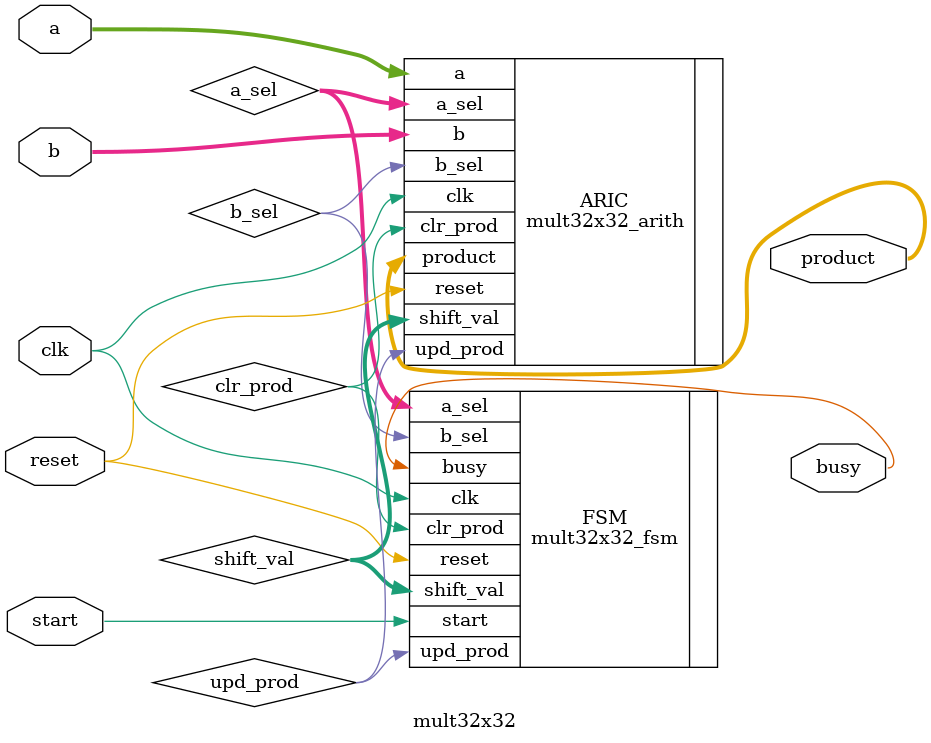
<source format=sv>
module mult32x32 (
    input logic clk,            // Clock
    input logic reset,          // Reset
    input logic start,          // Start signal
    input logic [31:0] a,       // Input a
    input logic [31:0] b,       // Input b
    output logic busy,          // Multiplier busy indication
    output logic [63:0] product // Miltiplication product
);

    logic [1:0] a_sel;
    logic b_sel;
    logic [5:0] shift_val;
    logic upd_prod;
    logic clr_prod ;

    mult32x32_fsm FSM (.clk(clk), .reset(reset), .start(start),.a_sel(a_sel),.b_sel(b_sel),.shift_val(shift_val),.upd_prod(upd_prod),.clr_prod(clr_prod),.busy(busy));
    mult32x32_arith ARIC (.clk(clk), .reset(reset),.a(a),.b(b), .a_sel(a_sel),.b_sel(b_sel),.shift_val(shift_val),.upd_prod(upd_prod),.clr_prod(clr_prod),.product(product));
    
endmodule

</source>
